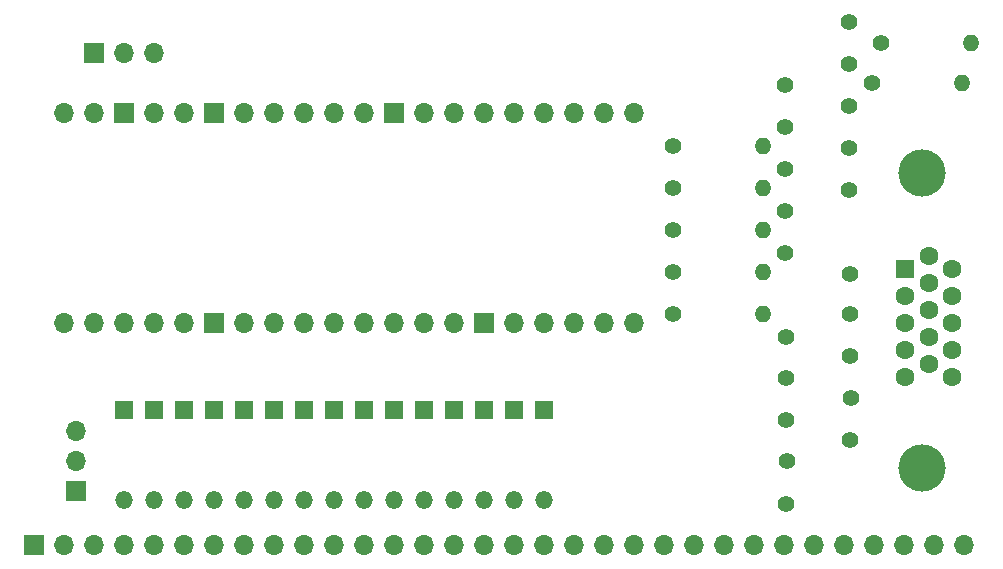
<source format=gbr>
%TF.GenerationSoftware,KiCad,Pcbnew,7.0.8*%
%TF.CreationDate,2024-01-16T07:15:13+01:00*%
%TF.ProjectId,Sorbus-VGA,536f7262-7573-42d5-9647-412e6b696361,rev?*%
%TF.SameCoordinates,Original*%
%TF.FileFunction,Soldermask,Top*%
%TF.FilePolarity,Negative*%
%FSLAX46Y46*%
G04 Gerber Fmt 4.6, Leading zero omitted, Abs format (unit mm)*
G04 Created by KiCad (PCBNEW 7.0.8) date 2024-01-16 07:15:13*
%MOMM*%
%LPD*%
G01*
G04 APERTURE LIST*
G04 Aperture macros list*
%AMHorizOval*
0 Thick line with rounded ends*
0 $1 width*
0 $2 $3 position (X,Y) of the first rounded end (center of the circle)*
0 $4 $5 position (X,Y) of the second rounded end (center of the circle)*
0 Add line between two ends*
20,1,$1,$2,$3,$4,$5,0*
0 Add two circle primitives to create the rounded ends*
1,1,$1,$2,$3*
1,1,$1,$4,$5*%
G04 Aperture macros list end*
%ADD10C,1.400000*%
%ADD11HorizOval,1.400000X0.000000X0.000000X0.000000X0.000000X0*%
%ADD12R,1.500000X1.500000*%
%ADD13O,1.500000X1.500000*%
%ADD14O,1.400000X1.400000*%
%ADD15R,1.700000X1.700000*%
%ADD16O,1.700000X1.700000*%
%ADD17C,4.000000*%
%ADD18R,1.600000X1.600000*%
%ADD19C,1.600000*%
G04 APERTURE END LIST*
D10*
%TO.C,R5*%
X97127924Y-37238077D03*
D11*
X102516078Y-31849923D03*
%TD*%
D12*
%TO.C,D14*%
X74168000Y-64765000D03*
D13*
X74168000Y-72385000D03*
%TD*%
D10*
%TO.C,R8*%
X87630000Y-49530000D03*
D14*
X95250000Y-49530000D03*
%TD*%
D12*
%TO.C,D15*%
X76708000Y-64765000D03*
D13*
X76708000Y-72385000D03*
%TD*%
D10*
%TO.C,R17*%
X105283000Y-33655000D03*
D14*
X112903000Y-33655000D03*
%TD*%
D12*
%TO.C,D10*%
X64008000Y-64765000D03*
D13*
X64008000Y-72385000D03*
%TD*%
D12*
%TO.C,D8*%
X58928000Y-64765000D03*
D13*
X58928000Y-72385000D03*
%TD*%
D10*
%TO.C,R14*%
X97282000Y-69088000D03*
D11*
X102670154Y-63699846D03*
%TD*%
D10*
%TO.C,R12*%
X97227846Y-62030154D03*
D11*
X102616000Y-56642000D03*
%TD*%
D12*
%TO.C,D6*%
X53848000Y-64765000D03*
D13*
X53848000Y-72385000D03*
%TD*%
D10*
%TO.C,R10*%
X87630000Y-42418000D03*
D14*
X95250000Y-42418000D03*
%TD*%
D10*
%TO.C,R11*%
X97227846Y-58574077D03*
D11*
X102616000Y-53185923D03*
%TD*%
D10*
%TO.C,R7*%
X87630000Y-53086000D03*
D14*
X95250000Y-53086000D03*
%TD*%
D12*
%TO.C,D7*%
X56388000Y-64765000D03*
D13*
X56388000Y-72385000D03*
%TD*%
D12*
%TO.C,D9*%
X61468000Y-64765000D03*
D13*
X61468000Y-72385000D03*
%TD*%
D10*
%TO.C,R9*%
X87630000Y-45974000D03*
D14*
X95250000Y-45974000D03*
%TD*%
D15*
%TO.C,J3*%
X37084000Y-71628000D03*
D16*
X37084000Y-69088000D03*
X37084000Y-66548000D03*
%TD*%
D10*
%TO.C,R3*%
X97127924Y-44350077D03*
D11*
X102516078Y-38961923D03*
%TD*%
D12*
%TO.C,D13*%
X71628000Y-64765000D03*
D13*
X71628000Y-72385000D03*
%TD*%
D10*
%TO.C,R13*%
X97227846Y-65586154D03*
D11*
X102616000Y-60198000D03*
%TD*%
D17*
%TO.C,J2*%
X108712000Y-69631000D03*
X108712000Y-44631000D03*
D18*
X107292000Y-52816000D03*
D19*
X107292000Y-55106000D03*
X107292000Y-57396000D03*
X107292000Y-59686000D03*
X107292000Y-61976000D03*
X109272000Y-51671000D03*
X109272000Y-53961000D03*
X109272000Y-56251000D03*
X109272000Y-58541000D03*
X109272000Y-60831000D03*
X111252000Y-52816000D03*
X111252000Y-55106000D03*
X111252000Y-57396000D03*
X111252000Y-59686000D03*
X111252000Y-61976000D03*
%TD*%
D12*
%TO.C,D3*%
X46228000Y-64765000D03*
D13*
X46228000Y-72385000D03*
%TD*%
D10*
%TO.C,R15*%
X97227846Y-72698154D03*
D11*
X102616000Y-67310000D03*
%TD*%
D12*
%TO.C,D1*%
X41146000Y-64765000D03*
D13*
X41146000Y-72385000D03*
%TD*%
D10*
%TO.C,R1*%
X97127924Y-51462077D03*
D11*
X102516078Y-46073923D03*
%TD*%
D10*
%TO.C,R2*%
X97127924Y-47906077D03*
D11*
X102516078Y-42517923D03*
%TD*%
D12*
%TO.C,D2*%
X43688000Y-64765000D03*
D13*
X43688000Y-72385000D03*
%TD*%
D16*
%TO.C,U1*%
X36068000Y-57404000D03*
X38608000Y-57404000D03*
X41148000Y-57404000D03*
X43688000Y-57404000D03*
X46228000Y-57404000D03*
D15*
X48768000Y-57404000D03*
D16*
X51308000Y-57404000D03*
X53848000Y-57404000D03*
X56388000Y-57404000D03*
X58928000Y-57404000D03*
X61468000Y-57404000D03*
X64008000Y-57404000D03*
X66548000Y-57404000D03*
X69088000Y-57404000D03*
D15*
X71628000Y-57404000D03*
D16*
X74168000Y-57404000D03*
X76708000Y-57404000D03*
X79248000Y-57404000D03*
X81788000Y-57404000D03*
X84328000Y-57404000D03*
X84328000Y-39624000D03*
X81788000Y-39624000D03*
X79248000Y-39624000D03*
X76708000Y-39624000D03*
X74168000Y-39624000D03*
X71628000Y-39624000D03*
X69088000Y-39624000D03*
X66548000Y-39624000D03*
D15*
X64008000Y-39624000D03*
D16*
X61468000Y-39624000D03*
X58928000Y-39624000D03*
X56388000Y-39624000D03*
X53848000Y-39624000D03*
X51308000Y-39624000D03*
D15*
X48768000Y-39624000D03*
D16*
X46228000Y-39624000D03*
X43688000Y-39624000D03*
D15*
X41148000Y-39624000D03*
D16*
X38608000Y-39624000D03*
X36068000Y-39624000D03*
%TD*%
D10*
%TO.C,R4*%
X97127924Y-40794077D03*
D11*
X102516078Y-35405923D03*
%TD*%
D12*
%TO.C,D12*%
X69088000Y-64765000D03*
D13*
X69088000Y-72385000D03*
%TD*%
D10*
%TO.C,R16*%
X104521000Y-37084000D03*
D14*
X112141000Y-37084000D03*
%TD*%
D15*
%TO.C,J4*%
X38608000Y-34544000D03*
D16*
X41148000Y-34544000D03*
X43688000Y-34544000D03*
%TD*%
D10*
%TO.C,R6*%
X87630000Y-56642000D03*
D14*
X95250000Y-56642000D03*
%TD*%
D12*
%TO.C,D4*%
X48768000Y-64765000D03*
D13*
X48768000Y-72385000D03*
%TD*%
D12*
%TO.C,D5*%
X51308000Y-64765000D03*
D13*
X51308000Y-72385000D03*
%TD*%
D12*
%TO.C,D11*%
X66548000Y-64765000D03*
D13*
X66548000Y-72385000D03*
%TD*%
D15*
%TO.C,J1*%
X33528000Y-76200000D03*
D16*
X36068000Y-76200000D03*
X38608000Y-76200000D03*
X41148000Y-76200000D03*
X43688000Y-76200000D03*
X46228000Y-76200000D03*
X48768000Y-76200000D03*
X51308000Y-76200000D03*
X53848000Y-76200000D03*
X56388000Y-76200000D03*
X58928000Y-76200000D03*
X61468000Y-76200000D03*
X64008000Y-76200000D03*
X66548000Y-76200000D03*
X69088000Y-76200000D03*
X71628000Y-76200000D03*
X74168000Y-76200000D03*
X76708000Y-76200000D03*
X79248000Y-76200000D03*
X81788000Y-76200000D03*
X84328000Y-76200000D03*
X86868000Y-76200000D03*
X89408000Y-76200000D03*
X91948000Y-76200000D03*
X94488000Y-76200000D03*
X97028000Y-76200000D03*
X99568000Y-76200000D03*
X102108000Y-76200000D03*
X104648000Y-76200000D03*
X107188000Y-76200000D03*
X109728000Y-76200000D03*
X112268000Y-76200000D03*
%TD*%
M02*

</source>
